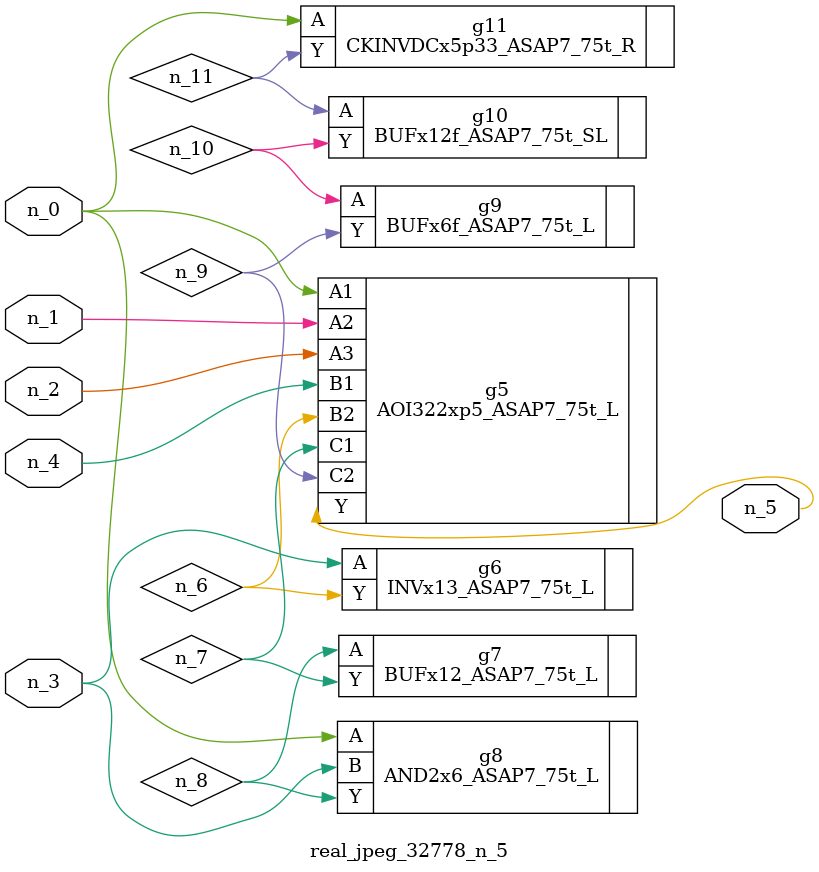
<source format=v>
module real_jpeg_32778_n_5 (n_4, n_0, n_1, n_2, n_3, n_5);

input n_4;
input n_0;
input n_1;
input n_2;
input n_3;

output n_5;

wire n_8;
wire n_11;
wire n_6;
wire n_7;
wire n_10;
wire n_9;

AOI322xp5_ASAP7_75t_L g5 ( 
.A1(n_0),
.A2(n_1),
.A3(n_2),
.B1(n_4),
.B2(n_6),
.C1(n_7),
.C2(n_9),
.Y(n_5)
);

AND2x6_ASAP7_75t_L g8 ( 
.A(n_0),
.B(n_3),
.Y(n_8)
);

CKINVDCx5p33_ASAP7_75t_R g11 ( 
.A(n_0),
.Y(n_11)
);

INVx13_ASAP7_75t_L g6 ( 
.A(n_3),
.Y(n_6)
);

BUFx12_ASAP7_75t_L g7 ( 
.A(n_8),
.Y(n_7)
);

BUFx6f_ASAP7_75t_L g9 ( 
.A(n_10),
.Y(n_9)
);

BUFx12f_ASAP7_75t_SL g10 ( 
.A(n_11),
.Y(n_10)
);


endmodule
</source>
